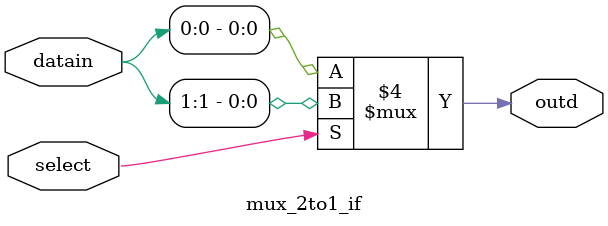
<source format=sv>
module mux_2to1_if 	
 ( 
   input logic [1:0] datain,
	input logic select,
	output logic outd
	);

	always_comb 
	begin
		if (select == 0) begin
			outd = datain[0];
		end
		else begin
			outd = datain[1];
		end
	end

endmodule


</source>
